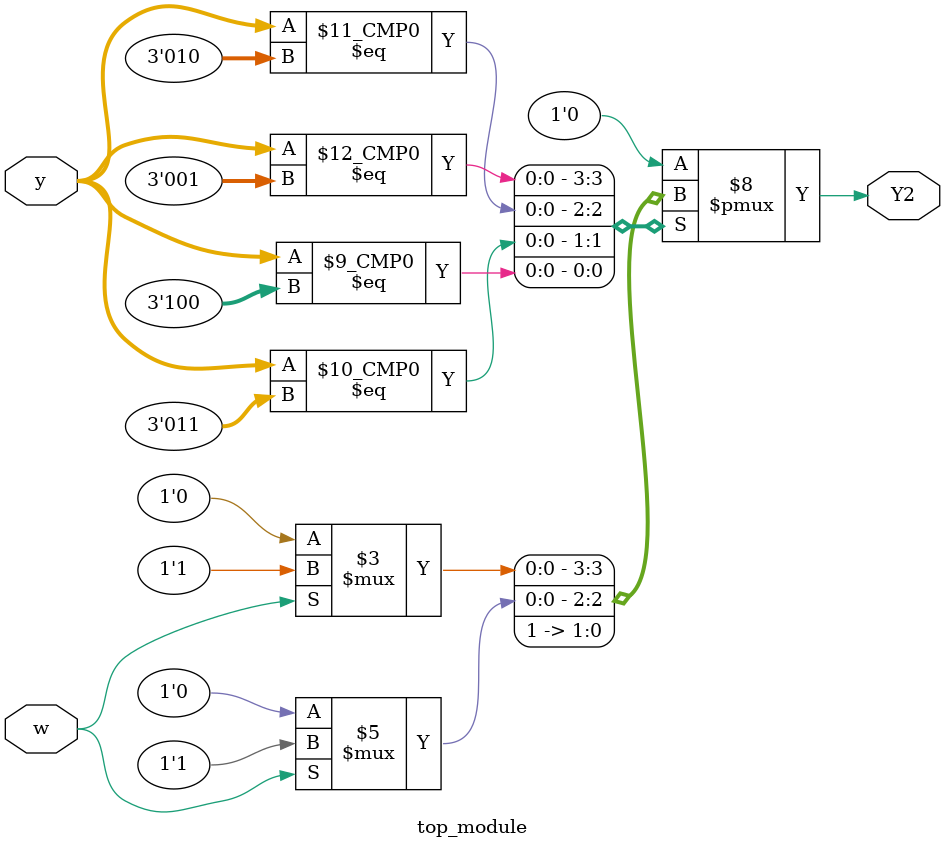
<source format=sv>
module top_module(
    input [3:1] y,
    input w,
    output reg Y2);
    
    always @(*) begin
        case (y)
            3'b000: Y2 = 1'b0; // State A: y = 000
            3'b001: Y2 = (w == 1'b0) ? 1'b0 : 1'b1; // State B: y = 001
            3'b010: Y2 = (w == 1'b0) ? 1'b0 : 1'b1; // State C: y = 010
            3'b011: Y2 = 1'b1; // State D: y = 011
            3'b100: Y2 = 1'b1; // State E: y = 100
            3'b101: Y2 = 1'b0; // State F: y = 101
            default: Y2 = 1'b0; // Default case to handle unknown states
        endcase
    end
    
endmodule

</source>
